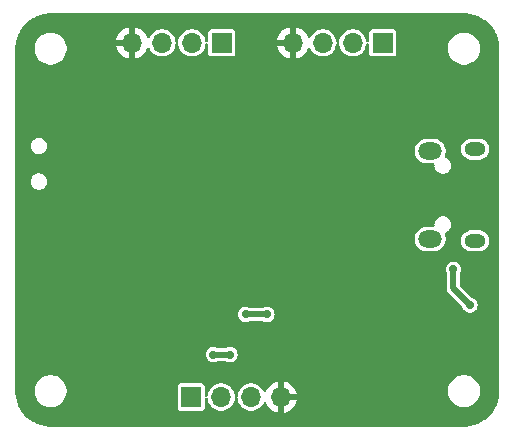
<source format=gbr>
%TF.GenerationSoftware,KiCad,Pcbnew,8.0.5*%
%TF.CreationDate,2024-09-22T14:53:49-07:00*%
%TF.ProjectId,Udemy_STM32_KiCAD_Course,5564656d-795f-4535-944d-33325f4b6943,rev?*%
%TF.SameCoordinates,Original*%
%TF.FileFunction,Copper,L2,Bot*%
%TF.FilePolarity,Positive*%
%FSLAX46Y46*%
G04 Gerber Fmt 4.6, Leading zero omitted, Abs format (unit mm)*
G04 Created by KiCad (PCBNEW 8.0.5) date 2024-09-22 14:53:49*
%MOMM*%
%LPD*%
G01*
G04 APERTURE LIST*
%TA.AperFunction,ComponentPad*%
%ADD10R,1.700000X1.700000*%
%TD*%
%TA.AperFunction,ComponentPad*%
%ADD11O,1.700000X1.700000*%
%TD*%
%TA.AperFunction,ComponentPad*%
%ADD12O,1.800000X1.150000*%
%TD*%
%TA.AperFunction,ComponentPad*%
%ADD13O,2.000000X1.450000*%
%TD*%
%TA.AperFunction,ViaPad*%
%ADD14C,0.700000*%
%TD*%
%TA.AperFunction,Conductor*%
%ADD15C,0.500000*%
%TD*%
G04 APERTURE END LIST*
D10*
%TO.P,J4,1,Pin_1*%
%TO.N,+3.3V*%
X121400000Y-123000000D03*
D11*
%TO.P,J4,2,Pin_2*%
%TO.N,/I2C2_SCL*%
X123940000Y-123000000D03*
%TO.P,J4,3,Pin_3*%
%TO.N,/I2C2_SDA*%
X126480000Y-123000000D03*
%TO.P,J4,4,Pin_4*%
%TO.N,GND*%
X129020000Y-123000000D03*
%TD*%
%TO.P,J3,4,Pin_4*%
%TO.N,GND*%
X130000000Y-93000000D03*
%TO.P,J3,3,Pin_3*%
%TO.N,/SW_CLK*%
X132540000Y-93000000D03*
%TO.P,J3,2,Pin_2*%
%TO.N,/SW_DIO*%
X135080000Y-93000000D03*
D10*
%TO.P,J3,1,Pin_1*%
%TO.N,+3.3V*%
X137620000Y-93000000D03*
%TD*%
D11*
%TO.P,J2,4,Pin_4*%
%TO.N,GND*%
X116380000Y-93000000D03*
%TO.P,J2,3,Pin_3*%
%TO.N,/USART1_RX*%
X118920000Y-93000000D03*
%TO.P,J2,2,Pin_2*%
%TO.N,/USART1_TX*%
X121460000Y-93000000D03*
D10*
%TO.P,J2,1,Pin_1*%
%TO.N,+3.3V*%
X124000000Y-93000000D03*
%TD*%
D12*
%TO.P,J1,6,Shield*%
%TO.N,unconnected-(J1-Shield-Pad6)_2*%
X145450000Y-102025000D03*
D13*
%TO.N,unconnected-(J1-Shield-Pad6)_1*%
X141650000Y-102175000D03*
%TO.N,unconnected-(J1-Shield-Pad6)*%
X141650000Y-109625000D03*
D12*
%TO.N,unconnected-(J1-Shield-Pad6)_3*%
X145450000Y-109775000D03*
%TD*%
D14*
%TO.N,GND*%
X124000000Y-97700000D03*
X114000000Y-108600000D03*
X115600000Y-103400000D03*
%TO.N,+3.3V*%
X145000000Y-115200000D03*
X143600000Y-112200000D03*
X123280000Y-119400000D03*
X124680000Y-119400000D03*
X126000000Y-116000000D03*
X127800000Y-116000000D03*
%TO.N,GND*%
X141600000Y-115800000D03*
X138400000Y-115600000D03*
X137400000Y-115600000D03*
X137600000Y-112000000D03*
X137600000Y-111000000D03*
X140400000Y-104600000D03*
X110800000Y-100000000D03*
X118534733Y-106498184D03*
X145200000Y-113400000D03*
X117600000Y-103800000D03*
X118400000Y-111000000D03*
X118600000Y-115000000D03*
X133000000Y-105400000D03*
X122863480Y-108393030D03*
X124800000Y-113400000D03*
X128000000Y-110000000D03*
X119400000Y-102600000D03*
%TD*%
D15*
%TO.N,+3.3V*%
X143600000Y-112200000D02*
X143600000Y-113800000D01*
X143600000Y-113800000D02*
X145000000Y-115200000D01*
X124680000Y-119400000D02*
X123280000Y-119400000D01*
X127800000Y-116000000D02*
X126000000Y-116000000D01*
%TD*%
%TA.AperFunction,Conductor*%
%TO.N,GND*%
G36*
X144500855Y-90500011D02*
G01*
X144662269Y-90502274D01*
X144674390Y-90503041D01*
X144978553Y-90537312D01*
X144995992Y-90539277D01*
X145009700Y-90541606D01*
X145324366Y-90613426D01*
X145337725Y-90617273D01*
X145642392Y-90723881D01*
X145655228Y-90729199D01*
X145946025Y-90869239D01*
X145958195Y-90875965D01*
X146231486Y-91047685D01*
X146242827Y-91055732D01*
X146495173Y-91256971D01*
X146505541Y-91266237D01*
X146733762Y-91494458D01*
X146743028Y-91504826D01*
X146944267Y-91757172D01*
X146952314Y-91768513D01*
X147124034Y-92041804D01*
X147130760Y-92053974D01*
X147270798Y-92344766D01*
X147276120Y-92357613D01*
X147382724Y-92662270D01*
X147386573Y-92675633D01*
X147458393Y-92990299D01*
X147460722Y-93004007D01*
X147496957Y-93325597D01*
X147497725Y-93337743D01*
X147499988Y-93499144D01*
X147500000Y-93500882D01*
X147500000Y-122499117D01*
X147499988Y-122500855D01*
X147497725Y-122662256D01*
X147496957Y-122674402D01*
X147460722Y-122995992D01*
X147458393Y-123009700D01*
X147386573Y-123324366D01*
X147382724Y-123337729D01*
X147276120Y-123642386D01*
X147270798Y-123655233D01*
X147130760Y-123946025D01*
X147124034Y-123958195D01*
X146952314Y-124231486D01*
X146944267Y-124242827D01*
X146743028Y-124495173D01*
X146733762Y-124505541D01*
X146505541Y-124733762D01*
X146495173Y-124743028D01*
X146242827Y-124944267D01*
X146231486Y-124952314D01*
X145958195Y-125124034D01*
X145946025Y-125130760D01*
X145655233Y-125270798D01*
X145642386Y-125276120D01*
X145337729Y-125382724D01*
X145324366Y-125386573D01*
X145009700Y-125458393D01*
X144995992Y-125460722D01*
X144674402Y-125496957D01*
X144662256Y-125497725D01*
X144500856Y-125499988D01*
X144499118Y-125500000D01*
X109500882Y-125500000D01*
X109499144Y-125499988D01*
X109337743Y-125497725D01*
X109325597Y-125496957D01*
X109004007Y-125460722D01*
X108990299Y-125458393D01*
X108675633Y-125386573D01*
X108662270Y-125382724D01*
X108357613Y-125276120D01*
X108344766Y-125270798D01*
X108053974Y-125130760D01*
X108041804Y-125124034D01*
X107768513Y-124952314D01*
X107757172Y-124944267D01*
X107504826Y-124743028D01*
X107494458Y-124733762D01*
X107266237Y-124505541D01*
X107256971Y-124495173D01*
X107125755Y-124330633D01*
X107055730Y-124242824D01*
X107047685Y-124231486D01*
X106996796Y-124150497D01*
X106875964Y-123958193D01*
X106869239Y-123946025D01*
X106844597Y-123894856D01*
X106729199Y-123655228D01*
X106723879Y-123642386D01*
X106711935Y-123608253D01*
X106617273Y-123337725D01*
X106613426Y-123324366D01*
X106541606Y-123009700D01*
X106539277Y-122995992D01*
X106528906Y-122903951D01*
X106503041Y-122674390D01*
X106502274Y-122662269D01*
X106500012Y-122500855D01*
X106500000Y-122499117D01*
X106500000Y-122393713D01*
X108149500Y-122393713D01*
X108149500Y-122606286D01*
X108178231Y-122787690D01*
X108182754Y-122816243D01*
X108245612Y-123009700D01*
X108248444Y-123018414D01*
X108344951Y-123207820D01*
X108469890Y-123379786D01*
X108620213Y-123530109D01*
X108792179Y-123655048D01*
X108792181Y-123655049D01*
X108792184Y-123655051D01*
X108981588Y-123751557D01*
X109183757Y-123817246D01*
X109393713Y-123850500D01*
X109393714Y-123850500D01*
X109606286Y-123850500D01*
X109606287Y-123850500D01*
X109816243Y-123817246D01*
X110018412Y-123751557D01*
X110207816Y-123655051D01*
X110272226Y-123608255D01*
X110379786Y-123530109D01*
X110379788Y-123530106D01*
X110379792Y-123530104D01*
X110530104Y-123379792D01*
X110530106Y-123379788D01*
X110530109Y-123379786D01*
X110655048Y-123207820D01*
X110655047Y-123207820D01*
X110655051Y-123207816D01*
X110751557Y-123018412D01*
X110817246Y-122816243D01*
X110850500Y-122606287D01*
X110850500Y-122393713D01*
X110817246Y-122183757D01*
X110791699Y-122105131D01*
X120249500Y-122105131D01*
X120249500Y-123894856D01*
X120249502Y-123894882D01*
X120252413Y-123919987D01*
X120252415Y-123919991D01*
X120297793Y-124022764D01*
X120297794Y-124022765D01*
X120377235Y-124102206D01*
X120480009Y-124147585D01*
X120505135Y-124150500D01*
X122294864Y-124150499D01*
X122294879Y-124150497D01*
X122294882Y-124150497D01*
X122319987Y-124147586D01*
X122319988Y-124147585D01*
X122319991Y-124147585D01*
X122422765Y-124102206D01*
X122502206Y-124022765D01*
X122547585Y-123919991D01*
X122550500Y-123894865D01*
X122550499Y-123156046D01*
X122570183Y-123089009D01*
X122622987Y-123043254D01*
X122692146Y-123033310D01*
X122755702Y-123062335D01*
X122793476Y-123121113D01*
X122797970Y-123144606D01*
X122802454Y-123192993D01*
X122804244Y-123212310D01*
X122857675Y-123400099D01*
X122862596Y-123417392D01*
X122862596Y-123417394D01*
X122957632Y-123608253D01*
X123086127Y-123778406D01*
X123086128Y-123778407D01*
X123243698Y-123922052D01*
X123424981Y-124034298D01*
X123623802Y-124111321D01*
X123833390Y-124150500D01*
X123833392Y-124150500D01*
X124046608Y-124150500D01*
X124046610Y-124150500D01*
X124256198Y-124111321D01*
X124455019Y-124034298D01*
X124636302Y-123922052D01*
X124793872Y-123778407D01*
X124922366Y-123608255D01*
X124976270Y-123500000D01*
X125017403Y-123417394D01*
X125017403Y-123417393D01*
X125017405Y-123417389D01*
X125075756Y-123212310D01*
X125086529Y-123096047D01*
X125112315Y-123031111D01*
X125154622Y-123000804D01*
X125263130Y-123000804D01*
X125299503Y-123021668D01*
X125331693Y-123083681D01*
X125333470Y-123096047D01*
X125344244Y-123212310D01*
X125397675Y-123400099D01*
X125402596Y-123417392D01*
X125402596Y-123417394D01*
X125497632Y-123608253D01*
X125626127Y-123778406D01*
X125626128Y-123778407D01*
X125783698Y-123922052D01*
X125964981Y-124034298D01*
X126163802Y-124111321D01*
X126373390Y-124150500D01*
X126373392Y-124150500D01*
X126586608Y-124150500D01*
X126586610Y-124150500D01*
X126796198Y-124111321D01*
X126995019Y-124034298D01*
X127176302Y-123922052D01*
X127333872Y-123778407D01*
X127462366Y-123608255D01*
X127529325Y-123473781D01*
X127576825Y-123422548D01*
X127644488Y-123405126D01*
X127710828Y-123427051D01*
X127752705Y-123476651D01*
X127846399Y-123677578D01*
X127981894Y-123871082D01*
X128148917Y-124038105D01*
X128342421Y-124173600D01*
X128556507Y-124273429D01*
X128556516Y-124273433D01*
X128770000Y-124330634D01*
X128770000Y-123433012D01*
X128827007Y-123465925D01*
X128954174Y-123500000D01*
X129085826Y-123500000D01*
X129212993Y-123465925D01*
X129270000Y-123433012D01*
X129270000Y-124330633D01*
X129483483Y-124273433D01*
X129483492Y-124273429D01*
X129697578Y-124173600D01*
X129891082Y-124038105D01*
X130058105Y-123871082D01*
X130193600Y-123677578D01*
X130293429Y-123463492D01*
X130293432Y-123463486D01*
X130350636Y-123250000D01*
X129453012Y-123250000D01*
X129485925Y-123192993D01*
X129520000Y-123065826D01*
X129520000Y-122934174D01*
X129485925Y-122807007D01*
X129453012Y-122750000D01*
X130350636Y-122750000D01*
X130350635Y-122749999D01*
X130293432Y-122536513D01*
X130293429Y-122536507D01*
X130226843Y-122393713D01*
X143149500Y-122393713D01*
X143149500Y-122606286D01*
X143178231Y-122787690D01*
X143182754Y-122816243D01*
X143245612Y-123009700D01*
X143248444Y-123018414D01*
X143344951Y-123207820D01*
X143469890Y-123379786D01*
X143620213Y-123530109D01*
X143792179Y-123655048D01*
X143792181Y-123655049D01*
X143792184Y-123655051D01*
X143981588Y-123751557D01*
X144183757Y-123817246D01*
X144393713Y-123850500D01*
X144393714Y-123850500D01*
X144606286Y-123850500D01*
X144606287Y-123850500D01*
X144816243Y-123817246D01*
X145018412Y-123751557D01*
X145207816Y-123655051D01*
X145272226Y-123608255D01*
X145379786Y-123530109D01*
X145379788Y-123530106D01*
X145379792Y-123530104D01*
X145530104Y-123379792D01*
X145530106Y-123379788D01*
X145530109Y-123379786D01*
X145655048Y-123207820D01*
X145655047Y-123207820D01*
X145655051Y-123207816D01*
X145751557Y-123018412D01*
X145817246Y-122816243D01*
X145850500Y-122606287D01*
X145850500Y-122393713D01*
X145817246Y-122183757D01*
X145751557Y-121981588D01*
X145655051Y-121792184D01*
X145655049Y-121792181D01*
X145655048Y-121792179D01*
X145530109Y-121620213D01*
X145379786Y-121469890D01*
X145207820Y-121344951D01*
X145018414Y-121248444D01*
X145018413Y-121248443D01*
X145018412Y-121248443D01*
X144816243Y-121182754D01*
X144816241Y-121182753D01*
X144816240Y-121182753D01*
X144654957Y-121157208D01*
X144606287Y-121149500D01*
X144393713Y-121149500D01*
X144345042Y-121157208D01*
X144183760Y-121182753D01*
X143981585Y-121248444D01*
X143792179Y-121344951D01*
X143620213Y-121469890D01*
X143469890Y-121620213D01*
X143344951Y-121792179D01*
X143248444Y-121981585D01*
X143182753Y-122183760D01*
X143149500Y-122393713D01*
X130226843Y-122393713D01*
X130193600Y-122322422D01*
X130193599Y-122322420D01*
X130058113Y-122128926D01*
X130058108Y-122128920D01*
X129891082Y-121961894D01*
X129697578Y-121826399D01*
X129483492Y-121726570D01*
X129483486Y-121726567D01*
X129270000Y-121669364D01*
X129270000Y-122566988D01*
X129212993Y-122534075D01*
X129085826Y-122500000D01*
X128954174Y-122500000D01*
X128827007Y-122534075D01*
X128770000Y-122566988D01*
X128770000Y-121669364D01*
X128769999Y-121669364D01*
X128556513Y-121726567D01*
X128556507Y-121726570D01*
X128342422Y-121826399D01*
X128342420Y-121826400D01*
X128148926Y-121961886D01*
X128148920Y-121961891D01*
X127981891Y-122128920D01*
X127981886Y-122128926D01*
X127846400Y-122322420D01*
X127846399Y-122322422D01*
X127752705Y-122523348D01*
X127706532Y-122575787D01*
X127639339Y-122594939D01*
X127572457Y-122574723D01*
X127529324Y-122526216D01*
X127462366Y-122391745D01*
X127333872Y-122221593D01*
X127176302Y-122077948D01*
X126995019Y-121965702D01*
X126995017Y-121965701D01*
X126895608Y-121927190D01*
X126796198Y-121888679D01*
X126586610Y-121849500D01*
X126373390Y-121849500D01*
X126163802Y-121888679D01*
X126163799Y-121888679D01*
X126163799Y-121888680D01*
X125964982Y-121965701D01*
X125964980Y-121965702D01*
X125783699Y-122077947D01*
X125626127Y-122221593D01*
X125497632Y-122391746D01*
X125402596Y-122582605D01*
X125402596Y-122582607D01*
X125344244Y-122787689D01*
X125333471Y-122903951D01*
X125307685Y-122968888D01*
X125263130Y-123000804D01*
X125154622Y-123000804D01*
X125156869Y-122999194D01*
X125120497Y-122978331D01*
X125088307Y-122916318D01*
X125086529Y-122903951D01*
X125083175Y-122867759D01*
X125075756Y-122787690D01*
X125017405Y-122582611D01*
X125017403Y-122582606D01*
X125017403Y-122582605D01*
X124922367Y-122391746D01*
X124793872Y-122221593D01*
X124752368Y-122183757D01*
X124636302Y-122077948D01*
X124455019Y-121965702D01*
X124455017Y-121965701D01*
X124355608Y-121927190D01*
X124256198Y-121888679D01*
X124046610Y-121849500D01*
X123833390Y-121849500D01*
X123623802Y-121888679D01*
X123623799Y-121888679D01*
X123623799Y-121888680D01*
X123424982Y-121965701D01*
X123424980Y-121965702D01*
X123243699Y-122077947D01*
X123086127Y-122221593D01*
X122957632Y-122391746D01*
X122862596Y-122582605D01*
X122862596Y-122582607D01*
X122804244Y-122787689D01*
X122797970Y-122855394D01*
X122772183Y-122920331D01*
X122715383Y-122961018D01*
X122645602Y-122964538D01*
X122584995Y-122929772D01*
X122552806Y-122867759D01*
X122550499Y-122843952D01*
X122550499Y-122105143D01*
X122550499Y-122105136D01*
X122550497Y-122105117D01*
X122547586Y-122080012D01*
X122547585Y-122080010D01*
X122547585Y-122080009D01*
X122502206Y-121977235D01*
X122422765Y-121897794D01*
X122402124Y-121888680D01*
X122319992Y-121852415D01*
X122294865Y-121849500D01*
X120505143Y-121849500D01*
X120505117Y-121849502D01*
X120480012Y-121852413D01*
X120480008Y-121852415D01*
X120377235Y-121897793D01*
X120297794Y-121977234D01*
X120252415Y-122080006D01*
X120252415Y-122080008D01*
X120249500Y-122105131D01*
X110791699Y-122105131D01*
X110751557Y-121981588D01*
X110655051Y-121792184D01*
X110655049Y-121792181D01*
X110655048Y-121792179D01*
X110530109Y-121620213D01*
X110379786Y-121469890D01*
X110207820Y-121344951D01*
X110018414Y-121248444D01*
X110018413Y-121248443D01*
X110018412Y-121248443D01*
X109816243Y-121182754D01*
X109816241Y-121182753D01*
X109816240Y-121182753D01*
X109654957Y-121157208D01*
X109606287Y-121149500D01*
X109393713Y-121149500D01*
X109345042Y-121157208D01*
X109183760Y-121182753D01*
X108981585Y-121248444D01*
X108792179Y-121344951D01*
X108620213Y-121469890D01*
X108469890Y-121620213D01*
X108344951Y-121792179D01*
X108248444Y-121981585D01*
X108182753Y-122183760D01*
X108149500Y-122393713D01*
X106500000Y-122393713D01*
X106500000Y-119399999D01*
X122624722Y-119399999D01*
X122624722Y-119400000D01*
X122643762Y-119556818D01*
X122699780Y-119704523D01*
X122789517Y-119834530D01*
X122907760Y-119939283D01*
X122907762Y-119939284D01*
X123047634Y-120012696D01*
X123201014Y-120050500D01*
X123201015Y-120050500D01*
X123358985Y-120050500D01*
X123512365Y-120012696D01*
X123603805Y-119964703D01*
X123661431Y-119950500D01*
X124298569Y-119950500D01*
X124356194Y-119964703D01*
X124447635Y-120012696D01*
X124524325Y-120031598D01*
X124601014Y-120050500D01*
X124601015Y-120050500D01*
X124758985Y-120050500D01*
X124912365Y-120012696D01*
X125052240Y-119939283D01*
X125170483Y-119834530D01*
X125260220Y-119704523D01*
X125316237Y-119556818D01*
X125335278Y-119400000D01*
X125316237Y-119243182D01*
X125260220Y-119095477D01*
X125170483Y-118965470D01*
X125052240Y-118860717D01*
X125052238Y-118860716D01*
X125052237Y-118860715D01*
X124912365Y-118787303D01*
X124758986Y-118749500D01*
X124758985Y-118749500D01*
X124601015Y-118749500D01*
X124601014Y-118749500D01*
X124447636Y-118787303D01*
X124401763Y-118811379D01*
X124356194Y-118835296D01*
X124298569Y-118849500D01*
X123661431Y-118849500D01*
X123603805Y-118835296D01*
X123512365Y-118787304D01*
X123512364Y-118787303D01*
X123512363Y-118787303D01*
X123358986Y-118749500D01*
X123358985Y-118749500D01*
X123201015Y-118749500D01*
X123201014Y-118749500D01*
X123047634Y-118787303D01*
X122907762Y-118860715D01*
X122789516Y-118965471D01*
X122699781Y-119095475D01*
X122699780Y-119095476D01*
X122643762Y-119243181D01*
X122624722Y-119399999D01*
X106500000Y-119399999D01*
X106500000Y-115999999D01*
X125344722Y-115999999D01*
X125344722Y-116000000D01*
X125363762Y-116156818D01*
X125419780Y-116304523D01*
X125509517Y-116434530D01*
X125627760Y-116539283D01*
X125627762Y-116539284D01*
X125767634Y-116612696D01*
X125921014Y-116650500D01*
X125921015Y-116650500D01*
X126078985Y-116650500D01*
X126232365Y-116612696D01*
X126323805Y-116564703D01*
X126381431Y-116550500D01*
X127418569Y-116550500D01*
X127476194Y-116564703D01*
X127567635Y-116612696D01*
X127644325Y-116631598D01*
X127721014Y-116650500D01*
X127721015Y-116650500D01*
X127878985Y-116650500D01*
X128032365Y-116612696D01*
X128172240Y-116539283D01*
X128290483Y-116434530D01*
X128380220Y-116304523D01*
X128436237Y-116156818D01*
X128455278Y-116000000D01*
X128436237Y-115843182D01*
X128380220Y-115695477D01*
X128290483Y-115565470D01*
X128172240Y-115460717D01*
X128172238Y-115460716D01*
X128172237Y-115460715D01*
X128032365Y-115387303D01*
X127878986Y-115349500D01*
X127878985Y-115349500D01*
X127721015Y-115349500D01*
X127721014Y-115349500D01*
X127567636Y-115387303D01*
X127521763Y-115411379D01*
X127476194Y-115435296D01*
X127418569Y-115449500D01*
X126381431Y-115449500D01*
X126323805Y-115435296D01*
X126232365Y-115387304D01*
X126232364Y-115387303D01*
X126232363Y-115387303D01*
X126078986Y-115349500D01*
X126078985Y-115349500D01*
X125921015Y-115349500D01*
X125921014Y-115349500D01*
X125767634Y-115387303D01*
X125627762Y-115460715D01*
X125509516Y-115565471D01*
X125419781Y-115695475D01*
X125419780Y-115695476D01*
X125363762Y-115843181D01*
X125344722Y-115999999D01*
X106500000Y-115999999D01*
X106500000Y-112199999D01*
X142944722Y-112199999D01*
X142944722Y-112200000D01*
X142963762Y-112356818D01*
X143019780Y-112504523D01*
X143027548Y-112515777D01*
X143049433Y-112582130D01*
X143049500Y-112586219D01*
X143049500Y-113727526D01*
X143049500Y-113872474D01*
X143087016Y-114012485D01*
X143159489Y-114138013D01*
X143159491Y-114138016D01*
X144336063Y-115314588D01*
X144364324Y-115358298D01*
X144403166Y-115460715D01*
X144419780Y-115504523D01*
X144509517Y-115634530D01*
X144627760Y-115739283D01*
X144627762Y-115739284D01*
X144767634Y-115812696D01*
X144921014Y-115850500D01*
X144921015Y-115850500D01*
X145078985Y-115850500D01*
X145232365Y-115812696D01*
X145372240Y-115739283D01*
X145490483Y-115634530D01*
X145580220Y-115504523D01*
X145636237Y-115356818D01*
X145655278Y-115200000D01*
X145636237Y-115043182D01*
X145580220Y-114895477D01*
X145490483Y-114765470D01*
X145372240Y-114660717D01*
X145372238Y-114660716D01*
X145372237Y-114660715D01*
X145232367Y-114587304D01*
X145177626Y-114573812D01*
X145119621Y-114541096D01*
X144186819Y-113608294D01*
X144153334Y-113546971D01*
X144150500Y-113520613D01*
X144150500Y-112586219D01*
X144170185Y-112519180D01*
X144172434Y-112515802D01*
X144180220Y-112504523D01*
X144236237Y-112356818D01*
X144255278Y-112200000D01*
X144236237Y-112043182D01*
X144180220Y-111895477D01*
X144090483Y-111765470D01*
X143972240Y-111660717D01*
X143972238Y-111660716D01*
X143972237Y-111660715D01*
X143832365Y-111587303D01*
X143678986Y-111549500D01*
X143678985Y-111549500D01*
X143521015Y-111549500D01*
X143521014Y-111549500D01*
X143367634Y-111587303D01*
X143227762Y-111660715D01*
X143109516Y-111765471D01*
X143019781Y-111895475D01*
X143019780Y-111895476D01*
X142963762Y-112043181D01*
X142944722Y-112199999D01*
X106500000Y-112199999D01*
X106500000Y-109523992D01*
X140349500Y-109523992D01*
X140349500Y-109726007D01*
X140388907Y-109924119D01*
X140388909Y-109924127D01*
X140466212Y-110110752D01*
X140466217Y-110110762D01*
X140578441Y-110278718D01*
X140721281Y-110421558D01*
X140889237Y-110533782D01*
X140889241Y-110533784D01*
X140889244Y-110533786D01*
X141075873Y-110611091D01*
X141273992Y-110650499D01*
X141273996Y-110650500D01*
X141273997Y-110650500D01*
X142026004Y-110650500D01*
X142026005Y-110650499D01*
X142224127Y-110611091D01*
X142410756Y-110533786D01*
X142578718Y-110421558D01*
X142721558Y-110278718D01*
X142833786Y-110110756D01*
X142911091Y-109924127D01*
X142950500Y-109726003D01*
X142950500Y-109688766D01*
X144249500Y-109688766D01*
X144249500Y-109861233D01*
X144283143Y-110030366D01*
X144283146Y-110030378D01*
X144349138Y-110189698D01*
X144349145Y-110189711D01*
X144444954Y-110333098D01*
X144444957Y-110333102D01*
X144566897Y-110455042D01*
X144566901Y-110455045D01*
X144710288Y-110550854D01*
X144710301Y-110550861D01*
X144855708Y-110611090D01*
X144869626Y-110616855D01*
X145038766Y-110650499D01*
X145038769Y-110650500D01*
X145038771Y-110650500D01*
X145861231Y-110650500D01*
X145861232Y-110650499D01*
X146030374Y-110616855D01*
X146189705Y-110550858D01*
X146333099Y-110455045D01*
X146455045Y-110333099D01*
X146550858Y-110189705D01*
X146616855Y-110030374D01*
X146650500Y-109861229D01*
X146650500Y-109688771D01*
X146650500Y-109688768D01*
X146650499Y-109688766D01*
X146616856Y-109519633D01*
X146616855Y-109519626D01*
X146616853Y-109519621D01*
X146550861Y-109360301D01*
X146550854Y-109360288D01*
X146455045Y-109216901D01*
X146455042Y-109216897D01*
X146333102Y-109094957D01*
X146333098Y-109094954D01*
X146189711Y-108999145D01*
X146189698Y-108999138D01*
X146030378Y-108933146D01*
X146030366Y-108933143D01*
X145861232Y-108899500D01*
X145861229Y-108899500D01*
X145038771Y-108899500D01*
X145038768Y-108899500D01*
X144869633Y-108933143D01*
X144869621Y-108933146D01*
X144710301Y-108999138D01*
X144710288Y-108999145D01*
X144566901Y-109094954D01*
X144566897Y-109094957D01*
X144444957Y-109216897D01*
X144444954Y-109216901D01*
X144349145Y-109360288D01*
X144349138Y-109360301D01*
X144283146Y-109519621D01*
X144283143Y-109519633D01*
X144249500Y-109688766D01*
X142950500Y-109688766D01*
X142950500Y-109523997D01*
X142911091Y-109325873D01*
X142869932Y-109226507D01*
X142862463Y-109157037D01*
X142893738Y-109094558D01*
X142944060Y-109064700D01*
X142943207Y-109062452D01*
X142950222Y-109059790D01*
X142950225Y-109059790D01*
X143100852Y-108980734D01*
X143228183Y-108867929D01*
X143324818Y-108727930D01*
X143385140Y-108568872D01*
X143405645Y-108400000D01*
X143385140Y-108231128D01*
X143324818Y-108072070D01*
X143228183Y-107932071D01*
X143100852Y-107819266D01*
X143100849Y-107819263D01*
X142950226Y-107740210D01*
X142785056Y-107699500D01*
X142614944Y-107699500D01*
X142449773Y-107740210D01*
X142299150Y-107819263D01*
X142171816Y-107932072D01*
X142075182Y-108072068D01*
X142014860Y-108231125D01*
X142014859Y-108231130D01*
X141994355Y-108399999D01*
X142001708Y-108460553D01*
X141990248Y-108529476D01*
X141943344Y-108581263D01*
X141878612Y-108599500D01*
X141273992Y-108599500D01*
X141075880Y-108638907D01*
X141075872Y-108638909D01*
X140889247Y-108716212D01*
X140889237Y-108716217D01*
X140721281Y-108828441D01*
X140578441Y-108971281D01*
X140466217Y-109139237D01*
X140466212Y-109139247D01*
X140388909Y-109325872D01*
X140388907Y-109325880D01*
X140349500Y-109523992D01*
X106500000Y-109523992D01*
X106500000Y-104818995D01*
X107799499Y-104818995D01*
X107826418Y-104954322D01*
X107826421Y-104954332D01*
X107879221Y-105081804D01*
X107879228Y-105081817D01*
X107955885Y-105196541D01*
X107955888Y-105196545D01*
X108053454Y-105294111D01*
X108053458Y-105294114D01*
X108168182Y-105370771D01*
X108168195Y-105370778D01*
X108295667Y-105423578D01*
X108295672Y-105423580D01*
X108295676Y-105423580D01*
X108295677Y-105423581D01*
X108431004Y-105450500D01*
X108431007Y-105450500D01*
X108568995Y-105450500D01*
X108660041Y-105432389D01*
X108704328Y-105423580D01*
X108831811Y-105370775D01*
X108946542Y-105294114D01*
X109044114Y-105196542D01*
X109120775Y-105081811D01*
X109173580Y-104954328D01*
X109200500Y-104818993D01*
X109200500Y-104681007D01*
X109200500Y-104681004D01*
X109173581Y-104545677D01*
X109173580Y-104545676D01*
X109173580Y-104545672D01*
X109173578Y-104545667D01*
X109120778Y-104418195D01*
X109120771Y-104418182D01*
X109044114Y-104303458D01*
X109044111Y-104303454D01*
X108946545Y-104205888D01*
X108946541Y-104205885D01*
X108831817Y-104129228D01*
X108831804Y-104129221D01*
X108704332Y-104076421D01*
X108704322Y-104076418D01*
X108568995Y-104049500D01*
X108568993Y-104049500D01*
X108431007Y-104049500D01*
X108431005Y-104049500D01*
X108295677Y-104076418D01*
X108295667Y-104076421D01*
X108168195Y-104129221D01*
X108168182Y-104129228D01*
X108053458Y-104205885D01*
X108053454Y-104205888D01*
X107955888Y-104303454D01*
X107955885Y-104303458D01*
X107879228Y-104418182D01*
X107879221Y-104418195D01*
X107826421Y-104545667D01*
X107826418Y-104545677D01*
X107799500Y-104681004D01*
X107799500Y-104681007D01*
X107799500Y-104818993D01*
X107799500Y-104818995D01*
X107799499Y-104818995D01*
X106500000Y-104818995D01*
X106500000Y-101818995D01*
X107799499Y-101818995D01*
X107826418Y-101954322D01*
X107826421Y-101954332D01*
X107879221Y-102081804D01*
X107879228Y-102081817D01*
X107955885Y-102196541D01*
X107955888Y-102196545D01*
X108053454Y-102294111D01*
X108053458Y-102294114D01*
X108168182Y-102370771D01*
X108168195Y-102370778D01*
X108295667Y-102423578D01*
X108295672Y-102423580D01*
X108295676Y-102423580D01*
X108295677Y-102423581D01*
X108431004Y-102450500D01*
X108431007Y-102450500D01*
X108568995Y-102450500D01*
X108660041Y-102432389D01*
X108704328Y-102423580D01*
X108831811Y-102370775D01*
X108946542Y-102294114D01*
X109044114Y-102196542D01*
X109120775Y-102081811D01*
X109124014Y-102073992D01*
X140349500Y-102073992D01*
X140349500Y-102276007D01*
X140388907Y-102474119D01*
X140388909Y-102474127D01*
X140466212Y-102660752D01*
X140466217Y-102660762D01*
X140578441Y-102828718D01*
X140721281Y-102971558D01*
X140889237Y-103083782D01*
X140889241Y-103083784D01*
X140889244Y-103083786D01*
X141075873Y-103161091D01*
X141273484Y-103200398D01*
X141273992Y-103200499D01*
X141273996Y-103200500D01*
X141878612Y-103200500D01*
X141945651Y-103220185D01*
X141991406Y-103272989D01*
X142001708Y-103339447D01*
X141994355Y-103400000D01*
X142014859Y-103568869D01*
X142014860Y-103568874D01*
X142075182Y-103727931D01*
X142137475Y-103818177D01*
X142171817Y-103867929D01*
X142277505Y-103961560D01*
X142299150Y-103980736D01*
X142430169Y-104049500D01*
X142449775Y-104059790D01*
X142614944Y-104100500D01*
X142785056Y-104100500D01*
X142950225Y-104059790D01*
X143029692Y-104018081D01*
X143100849Y-103980736D01*
X143100850Y-103980734D01*
X143100852Y-103980734D01*
X143228183Y-103867929D01*
X143324818Y-103727930D01*
X143385140Y-103568872D01*
X143405645Y-103400000D01*
X143385140Y-103231128D01*
X143373524Y-103200500D01*
X143358578Y-103161090D01*
X143324818Y-103072070D01*
X143228183Y-102932071D01*
X143100852Y-102819266D01*
X143100849Y-102819263D01*
X142950225Y-102740209D01*
X142943210Y-102737549D01*
X142944131Y-102735119D01*
X142894438Y-102706186D01*
X142862649Y-102643967D01*
X142869544Y-102574439D01*
X142869932Y-102573492D01*
X142911091Y-102474127D01*
X142950500Y-102276003D01*
X142950500Y-102073997D01*
X142923601Y-101938766D01*
X144249500Y-101938766D01*
X144249500Y-102111233D01*
X144283143Y-102280366D01*
X144283146Y-102280378D01*
X144349138Y-102439698D01*
X144349145Y-102439711D01*
X144444954Y-102583098D01*
X144444957Y-102583102D01*
X144566897Y-102705042D01*
X144566901Y-102705045D01*
X144710288Y-102800854D01*
X144710301Y-102800861D01*
X144869621Y-102866853D01*
X144869626Y-102866855D01*
X145038766Y-102900499D01*
X145038769Y-102900500D01*
X145038771Y-102900500D01*
X145861231Y-102900500D01*
X145861232Y-102900499D01*
X146030374Y-102866855D01*
X146189705Y-102800858D01*
X146333099Y-102705045D01*
X146455045Y-102583099D01*
X146550858Y-102439705D01*
X146616855Y-102280374D01*
X146650500Y-102111229D01*
X146650500Y-101938771D01*
X146650500Y-101938768D01*
X146650499Y-101938766D01*
X146637989Y-101875873D01*
X146616855Y-101769626D01*
X146580147Y-101681004D01*
X146550861Y-101610301D01*
X146550854Y-101610288D01*
X146455045Y-101466901D01*
X146455042Y-101466897D01*
X146333102Y-101344957D01*
X146333098Y-101344954D01*
X146189711Y-101249145D01*
X146189698Y-101249138D01*
X146030378Y-101183146D01*
X146030366Y-101183143D01*
X145861232Y-101149500D01*
X145861229Y-101149500D01*
X145038771Y-101149500D01*
X145038768Y-101149500D01*
X144869633Y-101183143D01*
X144869621Y-101183146D01*
X144710301Y-101249138D01*
X144710288Y-101249145D01*
X144566901Y-101344954D01*
X144566897Y-101344957D01*
X144444957Y-101466897D01*
X144444954Y-101466901D01*
X144349145Y-101610288D01*
X144349138Y-101610301D01*
X144283146Y-101769621D01*
X144283143Y-101769633D01*
X144249500Y-101938766D01*
X142923601Y-101938766D01*
X142911091Y-101875873D01*
X142833786Y-101689244D01*
X142833784Y-101689241D01*
X142833782Y-101689237D01*
X142721558Y-101521281D01*
X142578718Y-101378441D01*
X142410762Y-101266217D01*
X142410752Y-101266212D01*
X142224127Y-101188909D01*
X142224119Y-101188907D01*
X142026007Y-101149500D01*
X142026003Y-101149500D01*
X141273997Y-101149500D01*
X141273992Y-101149500D01*
X141075880Y-101188907D01*
X141075872Y-101188909D01*
X140889247Y-101266212D01*
X140889237Y-101266217D01*
X140721281Y-101378441D01*
X140578441Y-101521281D01*
X140466217Y-101689237D01*
X140466212Y-101689247D01*
X140388909Y-101875872D01*
X140388907Y-101875880D01*
X140349500Y-102073992D01*
X109124014Y-102073992D01*
X109173580Y-101954328D01*
X109182389Y-101910041D01*
X109200500Y-101818995D01*
X109200500Y-101681004D01*
X109173581Y-101545677D01*
X109173580Y-101545676D01*
X109173580Y-101545672D01*
X109173578Y-101545667D01*
X109120778Y-101418195D01*
X109120771Y-101418182D01*
X109044114Y-101303458D01*
X109044111Y-101303454D01*
X108946545Y-101205888D01*
X108946541Y-101205885D01*
X108831817Y-101129228D01*
X108831804Y-101129221D01*
X108704332Y-101076421D01*
X108704322Y-101076418D01*
X108568995Y-101049500D01*
X108568993Y-101049500D01*
X108431007Y-101049500D01*
X108431005Y-101049500D01*
X108295677Y-101076418D01*
X108295667Y-101076421D01*
X108168195Y-101129221D01*
X108168182Y-101129228D01*
X108053458Y-101205885D01*
X108053454Y-101205888D01*
X107955888Y-101303454D01*
X107955885Y-101303458D01*
X107879228Y-101418182D01*
X107879221Y-101418195D01*
X107826421Y-101545667D01*
X107826418Y-101545677D01*
X107799500Y-101681004D01*
X107799500Y-101681007D01*
X107799500Y-101818993D01*
X107799500Y-101818995D01*
X107799499Y-101818995D01*
X106500000Y-101818995D01*
X106500000Y-93500882D01*
X106500012Y-93499144D01*
X106500327Y-93476651D01*
X106501489Y-93393713D01*
X108149500Y-93393713D01*
X108149500Y-93606287D01*
X108182754Y-93816243D01*
X108208305Y-93894882D01*
X108248444Y-94018414D01*
X108344951Y-94207820D01*
X108469890Y-94379786D01*
X108620213Y-94530109D01*
X108792179Y-94655048D01*
X108792181Y-94655049D01*
X108792184Y-94655051D01*
X108981588Y-94751557D01*
X109183757Y-94817246D01*
X109393713Y-94850500D01*
X109393714Y-94850500D01*
X109606286Y-94850500D01*
X109606287Y-94850500D01*
X109816243Y-94817246D01*
X110018412Y-94751557D01*
X110207816Y-94655051D01*
X110229789Y-94639086D01*
X110379786Y-94530109D01*
X110379788Y-94530106D01*
X110379792Y-94530104D01*
X110530104Y-94379792D01*
X110530106Y-94379788D01*
X110530109Y-94379786D01*
X110655048Y-94207820D01*
X110655047Y-94207820D01*
X110655051Y-94207816D01*
X110751557Y-94018412D01*
X110817246Y-93816243D01*
X110850500Y-93606287D01*
X110850500Y-93393713D01*
X110817246Y-93183757D01*
X110751557Y-92981588D01*
X110655051Y-92792184D01*
X110655049Y-92792181D01*
X110655048Y-92792179D01*
X110624403Y-92749999D01*
X115049364Y-92749999D01*
X115049364Y-92750000D01*
X115946988Y-92750000D01*
X115914075Y-92807007D01*
X115880000Y-92934174D01*
X115880000Y-93065826D01*
X115914075Y-93192993D01*
X115946988Y-93250000D01*
X115049364Y-93250000D01*
X115106567Y-93463486D01*
X115106570Y-93463492D01*
X115206399Y-93677578D01*
X115341894Y-93871082D01*
X115508917Y-94038105D01*
X115702421Y-94173600D01*
X115916507Y-94273429D01*
X115916516Y-94273433D01*
X116130000Y-94330634D01*
X116130000Y-93433012D01*
X116187007Y-93465925D01*
X116314174Y-93500000D01*
X116445826Y-93500000D01*
X116572993Y-93465925D01*
X116630000Y-93433012D01*
X116630000Y-94330633D01*
X116843483Y-94273433D01*
X116843492Y-94273429D01*
X117057578Y-94173600D01*
X117251082Y-94038105D01*
X117418105Y-93871082D01*
X117553600Y-93677578D01*
X117647294Y-93476651D01*
X117693466Y-93424212D01*
X117760660Y-93405060D01*
X117827541Y-93425276D01*
X117870676Y-93473785D01*
X117937632Y-93608253D01*
X118066127Y-93778406D01*
X118066128Y-93778407D01*
X118223698Y-93922052D01*
X118404981Y-94034298D01*
X118603802Y-94111321D01*
X118813390Y-94150500D01*
X118813392Y-94150500D01*
X119026608Y-94150500D01*
X119026610Y-94150500D01*
X119236198Y-94111321D01*
X119435019Y-94034298D01*
X119616302Y-93922052D01*
X119773872Y-93778407D01*
X119902366Y-93608255D01*
X119956270Y-93500000D01*
X119997403Y-93417394D01*
X119997403Y-93417393D01*
X119997405Y-93417389D01*
X120055756Y-93212310D01*
X120066529Y-93096047D01*
X120092315Y-93031111D01*
X120134622Y-93000804D01*
X120243130Y-93000804D01*
X120279503Y-93021668D01*
X120311693Y-93083681D01*
X120313470Y-93096047D01*
X120324244Y-93212310D01*
X120377675Y-93400099D01*
X120382596Y-93417392D01*
X120382596Y-93417394D01*
X120477632Y-93608253D01*
X120606127Y-93778406D01*
X120606128Y-93778407D01*
X120763698Y-93922052D01*
X120944981Y-94034298D01*
X121143802Y-94111321D01*
X121353390Y-94150500D01*
X121353392Y-94150500D01*
X121566608Y-94150500D01*
X121566610Y-94150500D01*
X121776198Y-94111321D01*
X121975019Y-94034298D01*
X122156302Y-93922052D01*
X122313872Y-93778407D01*
X122442366Y-93608255D01*
X122496270Y-93500000D01*
X122537403Y-93417394D01*
X122537403Y-93417393D01*
X122537405Y-93417389D01*
X122595756Y-93212310D01*
X122602029Y-93144605D01*
X122627814Y-93079669D01*
X122684614Y-93038981D01*
X122754395Y-93035461D01*
X122815002Y-93070225D01*
X122847193Y-93132238D01*
X122849500Y-93156047D01*
X122849500Y-93894856D01*
X122849502Y-93894882D01*
X122852413Y-93919987D01*
X122852415Y-93919991D01*
X122897793Y-94022764D01*
X122897794Y-94022765D01*
X122977235Y-94102206D01*
X123080009Y-94147585D01*
X123105135Y-94150500D01*
X124894864Y-94150499D01*
X124894879Y-94150497D01*
X124894882Y-94150497D01*
X124919987Y-94147586D01*
X124919988Y-94147585D01*
X124919991Y-94147585D01*
X125022765Y-94102206D01*
X125102206Y-94022765D01*
X125147585Y-93919991D01*
X125150500Y-93894865D01*
X125150499Y-92749999D01*
X128669364Y-92749999D01*
X128669364Y-92750000D01*
X129566988Y-92750000D01*
X129534075Y-92807007D01*
X129500000Y-92934174D01*
X129500000Y-93065826D01*
X129534075Y-93192993D01*
X129566988Y-93250000D01*
X128669364Y-93250000D01*
X128726567Y-93463486D01*
X128726570Y-93463492D01*
X128826399Y-93677578D01*
X128961894Y-93871082D01*
X129128917Y-94038105D01*
X129322421Y-94173600D01*
X129536507Y-94273429D01*
X129536516Y-94273433D01*
X129750000Y-94330634D01*
X129750000Y-93433012D01*
X129807007Y-93465925D01*
X129934174Y-93500000D01*
X130065826Y-93500000D01*
X130192993Y-93465925D01*
X130250000Y-93433012D01*
X130250000Y-94330633D01*
X130463483Y-94273433D01*
X130463492Y-94273429D01*
X130677578Y-94173600D01*
X130871082Y-94038105D01*
X131038105Y-93871082D01*
X131173600Y-93677578D01*
X131267294Y-93476651D01*
X131313466Y-93424212D01*
X131380660Y-93405060D01*
X131447541Y-93425276D01*
X131490676Y-93473785D01*
X131557632Y-93608253D01*
X131686127Y-93778406D01*
X131686128Y-93778407D01*
X131843698Y-93922052D01*
X132024981Y-94034298D01*
X132223802Y-94111321D01*
X132433390Y-94150500D01*
X132433392Y-94150500D01*
X132646608Y-94150500D01*
X132646610Y-94150500D01*
X132856198Y-94111321D01*
X133055019Y-94034298D01*
X133236302Y-93922052D01*
X133393872Y-93778407D01*
X133522366Y-93608255D01*
X133576270Y-93500000D01*
X133617403Y-93417394D01*
X133617403Y-93417393D01*
X133617405Y-93417389D01*
X133675756Y-93212310D01*
X133686529Y-93096047D01*
X133712315Y-93031111D01*
X133754622Y-93000804D01*
X133863130Y-93000804D01*
X133899503Y-93021668D01*
X133931693Y-93083681D01*
X133933470Y-93096047D01*
X133944244Y-93212310D01*
X133997675Y-93400099D01*
X134002596Y-93417392D01*
X134002596Y-93417394D01*
X134097632Y-93608253D01*
X134226127Y-93778406D01*
X134226128Y-93778407D01*
X134383698Y-93922052D01*
X134564981Y-94034298D01*
X134763802Y-94111321D01*
X134973390Y-94150500D01*
X134973392Y-94150500D01*
X135186608Y-94150500D01*
X135186610Y-94150500D01*
X135396198Y-94111321D01*
X135595019Y-94034298D01*
X135776302Y-93922052D01*
X135933872Y-93778407D01*
X136062366Y-93608255D01*
X136116270Y-93500000D01*
X136157403Y-93417394D01*
X136157403Y-93417393D01*
X136157405Y-93417389D01*
X136215756Y-93212310D01*
X136222029Y-93144605D01*
X136247814Y-93079669D01*
X136304614Y-93038981D01*
X136374395Y-93035461D01*
X136435002Y-93070225D01*
X136467193Y-93132238D01*
X136469500Y-93156047D01*
X136469500Y-93894856D01*
X136469502Y-93894882D01*
X136472413Y-93919987D01*
X136472415Y-93919991D01*
X136517793Y-94022764D01*
X136517794Y-94022765D01*
X136597235Y-94102206D01*
X136700009Y-94147585D01*
X136725135Y-94150500D01*
X138514864Y-94150499D01*
X138514879Y-94150497D01*
X138514882Y-94150497D01*
X138539987Y-94147586D01*
X138539988Y-94147585D01*
X138539991Y-94147585D01*
X138642765Y-94102206D01*
X138722206Y-94022765D01*
X138767585Y-93919991D01*
X138770500Y-93894865D01*
X138770500Y-93393713D01*
X143149500Y-93393713D01*
X143149500Y-93606287D01*
X143182754Y-93816243D01*
X143208305Y-93894882D01*
X143248444Y-94018414D01*
X143344951Y-94207820D01*
X143469890Y-94379786D01*
X143620213Y-94530109D01*
X143792179Y-94655048D01*
X143792181Y-94655049D01*
X143792184Y-94655051D01*
X143981588Y-94751557D01*
X144183757Y-94817246D01*
X144393713Y-94850500D01*
X144393714Y-94850500D01*
X144606286Y-94850500D01*
X144606287Y-94850500D01*
X144816243Y-94817246D01*
X145018412Y-94751557D01*
X145207816Y-94655051D01*
X145229789Y-94639086D01*
X145379786Y-94530109D01*
X145379788Y-94530106D01*
X145379792Y-94530104D01*
X145530104Y-94379792D01*
X145530106Y-94379788D01*
X145530109Y-94379786D01*
X145655048Y-94207820D01*
X145655047Y-94207820D01*
X145655051Y-94207816D01*
X145751557Y-94018412D01*
X145817246Y-93816243D01*
X145850500Y-93606287D01*
X145850500Y-93393713D01*
X145817246Y-93183757D01*
X145751557Y-92981588D01*
X145655051Y-92792184D01*
X145655049Y-92792181D01*
X145655048Y-92792179D01*
X145530109Y-92620213D01*
X145379786Y-92469890D01*
X145207820Y-92344951D01*
X145018414Y-92248444D01*
X145018413Y-92248443D01*
X145018412Y-92248443D01*
X144816243Y-92182754D01*
X144816241Y-92182753D01*
X144816240Y-92182753D01*
X144654957Y-92157208D01*
X144606287Y-92149500D01*
X144393713Y-92149500D01*
X144345042Y-92157208D01*
X144183760Y-92182753D01*
X143981585Y-92248444D01*
X143792179Y-92344951D01*
X143620213Y-92469890D01*
X143469890Y-92620213D01*
X143344951Y-92792179D01*
X143248444Y-92981585D01*
X143182753Y-93183760D01*
X143158367Y-93337729D01*
X143149500Y-93393713D01*
X138770500Y-93393713D01*
X138770499Y-92105136D01*
X138770497Y-92105117D01*
X138767586Y-92080012D01*
X138767585Y-92080010D01*
X138767585Y-92080009D01*
X138722206Y-91977235D01*
X138642765Y-91897794D01*
X138622124Y-91888680D01*
X138539992Y-91852415D01*
X138514865Y-91849500D01*
X136725143Y-91849500D01*
X136725117Y-91849502D01*
X136700012Y-91852413D01*
X136700008Y-91852415D01*
X136597235Y-91897793D01*
X136517794Y-91977234D01*
X136472415Y-92080006D01*
X136472415Y-92080008D01*
X136469500Y-92105131D01*
X136469500Y-92843951D01*
X136449815Y-92910990D01*
X136397011Y-92956745D01*
X136327853Y-92966689D01*
X136264297Y-92937664D01*
X136226523Y-92878886D01*
X136222029Y-92855391D01*
X136215756Y-92787689D01*
X136183872Y-92675633D01*
X136157405Y-92582611D01*
X136157403Y-92582606D01*
X136157403Y-92582605D01*
X136062367Y-92391746D01*
X135933872Y-92221593D01*
X135854790Y-92149500D01*
X135776302Y-92077948D01*
X135595019Y-91965702D01*
X135595017Y-91965701D01*
X135495608Y-91927190D01*
X135396198Y-91888679D01*
X135186610Y-91849500D01*
X134973390Y-91849500D01*
X134763802Y-91888679D01*
X134763799Y-91888679D01*
X134763799Y-91888680D01*
X134564982Y-91965701D01*
X134564980Y-91965702D01*
X134383699Y-92077947D01*
X134226127Y-92221593D01*
X134097632Y-92391746D01*
X134002596Y-92582605D01*
X134002596Y-92582607D01*
X133944244Y-92787689D01*
X133933471Y-92903951D01*
X133907685Y-92968888D01*
X133863130Y-93000804D01*
X133754622Y-93000804D01*
X133756869Y-92999194D01*
X133720497Y-92978331D01*
X133688307Y-92916318D01*
X133686529Y-92903951D01*
X133680969Y-92843951D01*
X133675756Y-92787690D01*
X133617405Y-92582611D01*
X133617403Y-92582606D01*
X133617403Y-92582605D01*
X133522367Y-92391746D01*
X133393872Y-92221593D01*
X133314790Y-92149500D01*
X133236302Y-92077948D01*
X133055019Y-91965702D01*
X133055017Y-91965701D01*
X132955608Y-91927190D01*
X132856198Y-91888679D01*
X132646610Y-91849500D01*
X132433390Y-91849500D01*
X132223802Y-91888679D01*
X132223799Y-91888679D01*
X132223799Y-91888680D01*
X132024982Y-91965701D01*
X132024980Y-91965702D01*
X131843699Y-92077947D01*
X131686127Y-92221593D01*
X131557634Y-92391744D01*
X131490676Y-92526215D01*
X131443173Y-92577452D01*
X131375510Y-92594873D01*
X131309170Y-92572947D01*
X131267294Y-92523348D01*
X131173600Y-92322422D01*
X131173599Y-92322420D01*
X131038113Y-92128926D01*
X131038108Y-92128920D01*
X130871082Y-91961894D01*
X130677578Y-91826399D01*
X130463492Y-91726570D01*
X130463486Y-91726567D01*
X130250000Y-91669364D01*
X130250000Y-92566988D01*
X130192993Y-92534075D01*
X130065826Y-92500000D01*
X129934174Y-92500000D01*
X129807007Y-92534075D01*
X129750000Y-92566988D01*
X129750000Y-91669364D01*
X129749999Y-91669364D01*
X129536513Y-91726567D01*
X129536507Y-91726570D01*
X129322422Y-91826399D01*
X129322420Y-91826400D01*
X129128926Y-91961886D01*
X129128920Y-91961891D01*
X128961891Y-92128920D01*
X128961886Y-92128926D01*
X128826400Y-92322420D01*
X128826399Y-92322422D01*
X128726570Y-92536507D01*
X128726567Y-92536513D01*
X128669364Y-92749999D01*
X125150499Y-92749999D01*
X125150499Y-92105136D01*
X125150497Y-92105117D01*
X125147586Y-92080012D01*
X125147585Y-92080010D01*
X125147585Y-92080009D01*
X125102206Y-91977235D01*
X125022765Y-91897794D01*
X125002124Y-91888680D01*
X124919992Y-91852415D01*
X124894865Y-91849500D01*
X123105143Y-91849500D01*
X123105117Y-91849502D01*
X123080012Y-91852413D01*
X123080008Y-91852415D01*
X122977235Y-91897793D01*
X122897794Y-91977234D01*
X122852415Y-92080006D01*
X122852415Y-92080008D01*
X122849500Y-92105131D01*
X122849500Y-92843951D01*
X122829815Y-92910990D01*
X122777011Y-92956745D01*
X122707853Y-92966689D01*
X122644297Y-92937664D01*
X122606523Y-92878886D01*
X122602029Y-92855391D01*
X122595756Y-92787689D01*
X122563872Y-92675633D01*
X122537405Y-92582611D01*
X122537403Y-92582606D01*
X122537403Y-92582605D01*
X122442367Y-92391746D01*
X122313872Y-92221593D01*
X122234790Y-92149500D01*
X122156302Y-92077948D01*
X121975019Y-91965702D01*
X121975017Y-91965701D01*
X121875608Y-91927190D01*
X121776198Y-91888679D01*
X121566610Y-91849500D01*
X121353390Y-91849500D01*
X121143802Y-91888679D01*
X121143799Y-91888679D01*
X121143799Y-91888680D01*
X120944982Y-91965701D01*
X120944980Y-91965702D01*
X120763699Y-92077947D01*
X120606127Y-92221593D01*
X120477632Y-92391746D01*
X120382596Y-92582605D01*
X120382596Y-92582607D01*
X120324244Y-92787689D01*
X120313471Y-92903951D01*
X120287685Y-92968888D01*
X120243130Y-93000804D01*
X120134622Y-93000804D01*
X120136869Y-92999194D01*
X120100497Y-92978331D01*
X120068307Y-92916318D01*
X120066529Y-92903951D01*
X120060969Y-92843951D01*
X120055756Y-92787690D01*
X119997405Y-92582611D01*
X119997403Y-92582606D01*
X119997403Y-92582605D01*
X119902367Y-92391746D01*
X119773872Y-92221593D01*
X119694790Y-92149500D01*
X119616302Y-92077948D01*
X119435019Y-91965702D01*
X119435017Y-91965701D01*
X119335608Y-91927190D01*
X119236198Y-91888679D01*
X119026610Y-91849500D01*
X118813390Y-91849500D01*
X118603802Y-91888679D01*
X118603799Y-91888679D01*
X118603799Y-91888680D01*
X118404982Y-91965701D01*
X118404980Y-91965702D01*
X118223699Y-92077947D01*
X118066127Y-92221593D01*
X117937634Y-92391744D01*
X117870676Y-92526215D01*
X117823173Y-92577452D01*
X117755510Y-92594873D01*
X117689170Y-92572947D01*
X117647294Y-92523348D01*
X117553600Y-92322422D01*
X117553599Y-92322420D01*
X117418113Y-92128926D01*
X117418108Y-92128920D01*
X117251082Y-91961894D01*
X117057578Y-91826399D01*
X116843492Y-91726570D01*
X116843486Y-91726567D01*
X116630000Y-91669364D01*
X116630000Y-92566988D01*
X116572993Y-92534075D01*
X116445826Y-92500000D01*
X116314174Y-92500000D01*
X116187007Y-92534075D01*
X116130000Y-92566988D01*
X116130000Y-91669364D01*
X116129999Y-91669364D01*
X115916513Y-91726567D01*
X115916507Y-91726570D01*
X115702422Y-91826399D01*
X115702420Y-91826400D01*
X115508926Y-91961886D01*
X115508920Y-91961891D01*
X115341891Y-92128920D01*
X115341886Y-92128926D01*
X115206400Y-92322420D01*
X115206399Y-92322422D01*
X115106570Y-92536507D01*
X115106567Y-92536513D01*
X115049364Y-92749999D01*
X110624403Y-92749999D01*
X110530109Y-92620213D01*
X110379786Y-92469890D01*
X110207820Y-92344951D01*
X110018414Y-92248444D01*
X110018413Y-92248443D01*
X110018412Y-92248443D01*
X109816243Y-92182754D01*
X109816241Y-92182753D01*
X109816240Y-92182753D01*
X109654957Y-92157208D01*
X109606287Y-92149500D01*
X109393713Y-92149500D01*
X109345042Y-92157208D01*
X109183760Y-92182753D01*
X108981585Y-92248444D01*
X108792179Y-92344951D01*
X108620213Y-92469890D01*
X108469890Y-92620213D01*
X108344951Y-92792179D01*
X108248444Y-92981585D01*
X108182753Y-93183760D01*
X108158367Y-93337729D01*
X108149500Y-93393713D01*
X106501489Y-93393713D01*
X106502274Y-93337729D01*
X106503041Y-93325610D01*
X106539277Y-93004005D01*
X106541606Y-92990299D01*
X106587850Y-92787689D01*
X106613427Y-92675627D01*
X106617272Y-92662279D01*
X106723883Y-92357601D01*
X106729196Y-92344777D01*
X106869243Y-92053965D01*
X106875959Y-92041813D01*
X107047693Y-91768501D01*
X107055723Y-91757183D01*
X107256979Y-91504816D01*
X107266228Y-91494467D01*
X107494467Y-91266228D01*
X107504816Y-91256979D01*
X107757183Y-91055723D01*
X107768501Y-91047693D01*
X108041813Y-90875959D01*
X108053965Y-90869243D01*
X108344777Y-90729196D01*
X108357601Y-90723883D01*
X108662279Y-90617272D01*
X108675627Y-90613427D01*
X108893293Y-90563746D01*
X108990299Y-90541606D01*
X109004005Y-90539277D01*
X109325610Y-90503041D01*
X109337729Y-90502274D01*
X109499144Y-90500011D01*
X109500882Y-90500000D01*
X144499118Y-90500000D01*
X144500855Y-90500011D01*
G37*
%TD.AperFunction*%
%TD*%
M02*

</source>
